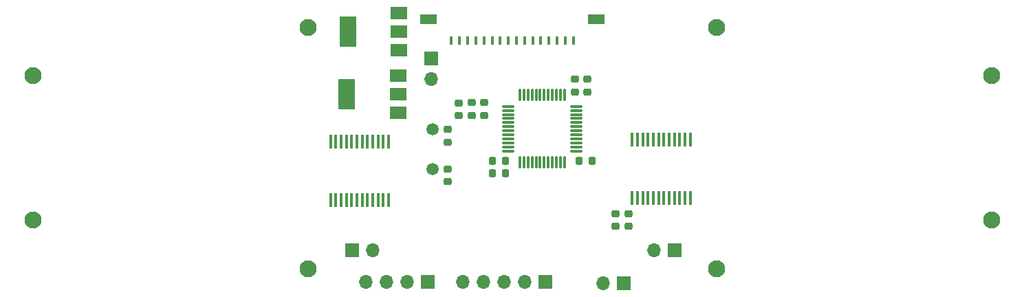
<source format=gbs>
G04 #@! TF.GenerationSoftware,KiCad,Pcbnew,7.0.1*
G04 #@! TF.CreationDate,2024-07-14T18:55:08+02:00*
G04 #@! TF.ProjectId,Gruzik2.0,4772757a-696b-4322-9e30-2e6b69636164,rev?*
G04 #@! TF.SameCoordinates,Original*
G04 #@! TF.FileFunction,Soldermask,Bot*
G04 #@! TF.FilePolarity,Negative*
%FSLAX46Y46*%
G04 Gerber Fmt 4.6, Leading zero omitted, Abs format (unit mm)*
G04 Created by KiCad (PCBNEW 7.0.1) date 2024-07-14 18:55:08*
%MOMM*%
%LPD*%
G01*
G04 APERTURE LIST*
G04 Aperture macros list*
%AMRoundRect*
0 Rectangle with rounded corners*
0 $1 Rounding radius*
0 $2 $3 $4 $5 $6 $7 $8 $9 X,Y pos of 4 corners*
0 Add a 4 corners polygon primitive as box body*
4,1,4,$2,$3,$4,$5,$6,$7,$8,$9,$2,$3,0*
0 Add four circle primitives for the rounded corners*
1,1,$1+$1,$2,$3*
1,1,$1+$1,$4,$5*
1,1,$1+$1,$6,$7*
1,1,$1+$1,$8,$9*
0 Add four rect primitives between the rounded corners*
20,1,$1+$1,$2,$3,$4,$5,0*
20,1,$1+$1,$4,$5,$6,$7,0*
20,1,$1+$1,$6,$7,$8,$9,0*
20,1,$1+$1,$8,$9,$2,$3,0*%
G04 Aperture macros list end*
%ADD10C,2.100000*%
%ADD11R,1.700000X1.700000*%
%ADD12O,1.700000X1.700000*%
%ADD13C,1.500000*%
%ADD14RoundRect,0.225000X0.250000X-0.225000X0.250000X0.225000X-0.250000X0.225000X-0.250000X-0.225000X0*%
%ADD15RoundRect,0.225000X0.225000X0.250000X-0.225000X0.250000X-0.225000X-0.250000X0.225000X-0.250000X0*%
%ADD16RoundRect,0.225000X-0.250000X0.225000X-0.250000X-0.225000X0.250000X-0.225000X0.250000X0.225000X0*%
%ADD17RoundRect,0.218750X-0.256250X0.218750X-0.256250X-0.218750X0.256250X-0.218750X0.256250X0.218750X0*%
%ADD18RoundRect,0.075000X-0.662500X-0.075000X0.662500X-0.075000X0.662500X0.075000X-0.662500X0.075000X0*%
%ADD19RoundRect,0.075000X-0.075000X-0.662500X0.075000X-0.662500X0.075000X0.662500X-0.075000X0.662500X0*%
%ADD20R,0.450000X1.750000*%
%ADD21R,2.000000X1.500000*%
%ADD22R,2.000000X3.800000*%
%ADD23RoundRect,0.225000X-0.225000X-0.250000X0.225000X-0.250000X0.225000X0.250000X-0.225000X0.250000X0*%
%ADD24R,0.400000X1.000000*%
%ADD25R,2.000000X1.300000*%
G04 APERTURE END LIST*
D10*
X125476000Y-138176000D03*
D11*
X80610000Y-165630000D03*
D12*
X83150000Y-165630000D03*
D10*
X125476000Y-167894000D03*
D11*
X114030000Y-169660000D03*
D12*
X111490000Y-169660000D03*
D11*
X104420000Y-169540000D03*
D12*
X101880000Y-169540000D03*
X99340000Y-169540000D03*
X96800000Y-169540000D03*
X94260000Y-169540000D03*
D10*
X75184000Y-167894000D03*
D11*
X120360000Y-165600000D03*
D12*
X117820000Y-165600000D03*
D11*
X90385000Y-142000000D03*
D12*
X90385000Y-144540000D03*
D10*
X159338000Y-161925000D03*
D13*
X90560000Y-155620000D03*
X90560000Y-150740000D03*
D10*
X75184000Y-138176000D03*
X159338000Y-144145000D03*
D11*
X89910000Y-169500000D03*
D12*
X87370000Y-169500000D03*
X84830000Y-169500000D03*
X82290000Y-169500000D03*
D10*
X41322000Y-161925000D03*
X41322000Y-144145000D03*
D14*
X96900000Y-148995000D03*
X96900000Y-147445000D03*
D15*
X99480000Y-156170000D03*
X97930000Y-156170000D03*
D16*
X114640000Y-161145000D03*
X114640000Y-162695000D03*
X92350000Y-155625000D03*
X92350000Y-157175000D03*
D17*
X93770000Y-147467500D03*
X93770000Y-149042500D03*
D14*
X109590000Y-146125000D03*
X109590000Y-144575000D03*
D18*
X99857500Y-153410000D03*
X99857500Y-152910000D03*
X99857500Y-152410000D03*
X99857500Y-151910000D03*
X99857500Y-151410000D03*
X99857500Y-150910000D03*
X99857500Y-150410000D03*
X99857500Y-149910000D03*
X99857500Y-149410000D03*
X99857500Y-148910000D03*
X99857500Y-148410000D03*
X99857500Y-147910000D03*
D19*
X101270000Y-146497500D03*
X101770000Y-146497500D03*
X102270000Y-146497500D03*
X102770000Y-146497500D03*
X103270000Y-146497500D03*
X103770000Y-146497500D03*
X104270000Y-146497500D03*
X104770000Y-146497500D03*
X105270000Y-146497500D03*
X105770000Y-146497500D03*
X106270000Y-146497500D03*
X106770000Y-146497500D03*
D18*
X108182500Y-147910000D03*
X108182500Y-148410000D03*
X108182500Y-148910000D03*
X108182500Y-149410000D03*
X108182500Y-149910000D03*
X108182500Y-150410000D03*
X108182500Y-150910000D03*
X108182500Y-151410000D03*
X108182500Y-151910000D03*
X108182500Y-152410000D03*
X108182500Y-152910000D03*
X108182500Y-153410000D03*
D19*
X106770000Y-154822500D03*
X106270000Y-154822500D03*
X105770000Y-154822500D03*
X105270000Y-154822500D03*
X104770000Y-154822500D03*
X104270000Y-154822500D03*
X103770000Y-154822500D03*
X103270000Y-154822500D03*
X102770000Y-154822500D03*
X102270000Y-154822500D03*
X101770000Y-154822500D03*
X101270000Y-154822500D03*
D14*
X95320000Y-149005000D03*
X95320000Y-147455000D03*
D20*
X85115000Y-159480000D03*
X84465000Y-159480000D03*
X83815000Y-159480000D03*
X83165000Y-159480000D03*
X82515000Y-159480000D03*
X81865000Y-159480000D03*
X81215000Y-159480000D03*
X80565000Y-159480000D03*
X79915000Y-159480000D03*
X79265000Y-159480000D03*
X78615000Y-159480000D03*
X77965000Y-159480000D03*
X77965000Y-152280000D03*
X78615000Y-152280000D03*
X79265000Y-152280000D03*
X79915000Y-152280000D03*
X80565000Y-152280000D03*
X81215000Y-152280000D03*
X81865000Y-152280000D03*
X82515000Y-152280000D03*
X83165000Y-152280000D03*
X83815000Y-152280000D03*
X84465000Y-152280000D03*
X85115000Y-152280000D03*
D15*
X99465000Y-154640000D03*
X97915000Y-154640000D03*
D21*
X86260000Y-144080000D03*
X86260000Y-146380000D03*
D22*
X79960000Y-146380000D03*
D21*
X86260000Y-148680000D03*
D23*
X108600000Y-154650000D03*
X110150000Y-154650000D03*
D24*
X92850000Y-139840000D03*
X93850000Y-139840000D03*
X94850000Y-139840000D03*
X95850000Y-139840000D03*
X96850000Y-139840000D03*
X97850000Y-139840000D03*
X98850000Y-139840000D03*
X99850000Y-139840000D03*
X100850000Y-139840000D03*
X101850000Y-139840000D03*
X102850000Y-139840000D03*
X103850000Y-139840000D03*
X104850000Y-139840000D03*
X105850000Y-139840000D03*
X106850000Y-139840000D03*
X107850000Y-139840000D03*
D25*
X90050000Y-137140000D03*
X110650000Y-137140000D03*
D16*
X113060000Y-161150000D03*
X113060000Y-162700000D03*
D21*
X86370000Y-136380000D03*
X86370000Y-138680000D03*
D22*
X80070000Y-138680000D03*
D21*
X86370000Y-140980000D03*
D14*
X108040000Y-146125000D03*
X108040000Y-144575000D03*
D20*
X115110000Y-151990000D03*
X115760000Y-151990000D03*
X116410000Y-151990000D03*
X117060000Y-151990000D03*
X117710000Y-151990000D03*
X118360000Y-151990000D03*
X119010000Y-151990000D03*
X119660000Y-151990000D03*
X120310000Y-151990000D03*
X120960000Y-151990000D03*
X121610000Y-151990000D03*
X122260000Y-151990000D03*
X122260000Y-159190000D03*
X121610000Y-159190000D03*
X120960000Y-159190000D03*
X120310000Y-159190000D03*
X119660000Y-159190000D03*
X119010000Y-159190000D03*
X118360000Y-159190000D03*
X117710000Y-159190000D03*
X117060000Y-159190000D03*
X116410000Y-159190000D03*
X115760000Y-159190000D03*
X115110000Y-159190000D03*
D16*
X92370000Y-150765000D03*
X92370000Y-152315000D03*
M02*

</source>
